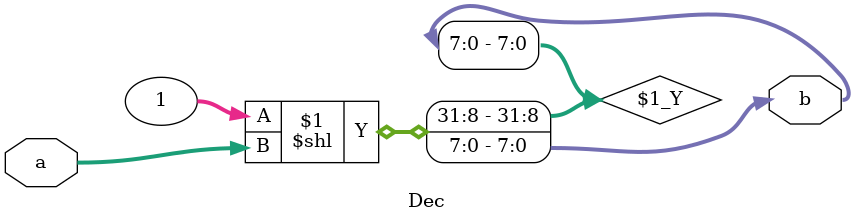
<source format=v>
module regfile(data_in, writenum, write, readnum, clk, data_out);
	parameter n = 16;
	parameter m = 3;
	parameter j = 8;
	input [n-1:0] data_in;
	input [m-1:0] writenum, readnum; 	
	input clk, write;
	output [n-1:0] data_out;
	wire [n-1:0] data_out, out0, out1, out2, out3, out4, out5, out6, out7, MUX_out;
	wire [j-1:0] s, b;

	Dec #(3,8) d1(writenum, b); // Converting the binary writenum input to a one-hot code.
	wire en0 = b[0] & write;    // Getting load enables for all 8 register files depending on the writenum value and the write input.
	wire en1 = b[1] & write;
	wire en2 = b[2] & write;
	wire en3 = b[3] & write;
	wire en4 = b[4] & write;
	wire en5 = b[5] & write;
	wire en6 = b[6] & write;
	wire en7 = b[7] & write;

	vDFFE #(16) R0(clk, en0, data_in, out0);	// Connecting the load enable files to the enabler and data in.
	vDFFE #(16) R1(clk, en1, data_in, out1);
	vDFFE #(16) R2(clk, en2, data_in, out2);
	vDFFE #(16) R3(clk, en3, data_in, out3);
	vDFFE #(16) R4(clk, en4, data_in, out4);
	vDFFE #(16) R5(clk, en5, data_in, out5);
	vDFFE #(16) R6(clk, en6, data_in, out6);
	vDFFE #(16) R7(clk, en7, data_in, out7);
	
	Dec #(3,8) d2(readnum, s); //Decoding the readnum input to a one-hot code.
	Mux8 #(16) M1(out7, out6, out5, out4 , out3, out2, out1, out0, s, MUX_out); // Outputing from the proper file using MUX.
	assign data_out = MUX_out; //Assigning the MUX output to the file register output.

endmodule

//multiplexer taking 8 16 bit inputs and returns a 16 bit output
module Mux8(R7, R6, R5, R4 , R3, R2, R1, R0, s, out);
	parameter k = 16;
	input [k-1:0] R7, R6, R5, R4 , R3, R2, R1, R0;
	input [7:0] s;
	output [k-1:0] out;
	wire [k-1:0] out;
	assign out = ({k{s[0]}} & R0) | ({k{s[1]}} & R1) | ({k{s[2]}} & R2) | ({k{s[3]}} & R3) |  //Outputting a 16-bit input depending on the selector value.
		           ({k{s[4]}} & R4) | ({k{s[5]}} & R5) |({k{s[6]}} & R6) | ({k{s[7]}} & R7);
endmodule

//load enabled register file
module vDFFE(clk, load, data_in, out);
	parameter n = 16;
	input clk, load;
	input [n-1:0] data_in;
	output [n-1:0] out;
	reg [n-1:0] out;
	wire [n-1:0] next_out = load ? data_in : out; //Deciding whether or not to update the file with a new input based on the load enabler value.
	always @(posedge clk) // At the rising edge of the clock, the output will be the next output decided according to the above condition. 
		out = next_out;
endmodule 

//3 to 8 bit decoder (params can vary bit size)
module Dec(a,b);
	parameter n = 3;
	parameter m = 8;
	input [n-1:0] a;
	output [m-1:0] b;
	wire [m-1:0] b = 1 << a; //Takes a number in binary and shifts it to the left to output a one-hot code.
endmodule


</source>
